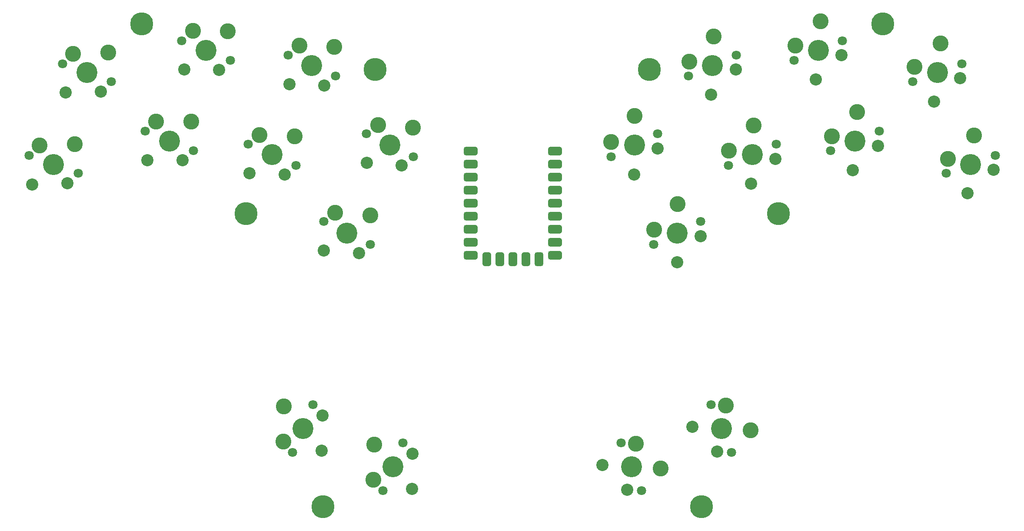
<source format=gbr>
%TF.GenerationSoftware,KiCad,Pcbnew,9.0.0*%
%TF.CreationDate,2025-02-20T21:39:48+01:00*%
%TF.ProjectId,chouchou_mx,63686f75-6368-46f7-955f-6d782e6b6963,v1.0.0*%
%TF.SameCoordinates,Original*%
%TF.FileFunction,Soldermask,Top*%
%TF.FilePolarity,Negative*%
%FSLAX46Y46*%
G04 Gerber Fmt 4.6, Leading zero omitted, Abs format (unit mm)*
G04 Created by KiCad (PCBNEW 9.0.0) date 2025-02-20 21:39:48*
%MOMM*%
%LPD*%
G01*
G04 APERTURE LIST*
G04 Aperture macros list*
%AMRoundRect*
0 Rectangle with rounded corners*
0 $1 Rounding radius*
0 $2 $3 $4 $5 $6 $7 $8 $9 X,Y pos of 4 corners*
0 Add a 4 corners polygon primitive as box body*
4,1,4,$2,$3,$4,$5,$6,$7,$8,$9,$2,$3,0*
0 Add four circle primitives for the rounded corners*
1,1,$1+$1,$2,$3*
1,1,$1+$1,$4,$5*
1,1,$1+$1,$6,$7*
1,1,$1+$1,$8,$9*
0 Add four rect primitives between the rounded corners*
20,1,$1+$1,$2,$3,$4,$5,0*
20,1,$1+$1,$4,$5,$6,$7,0*
20,1,$1+$1,$6,$7,$8,$9,0*
20,1,$1+$1,$8,$9,$2,$3,0*%
G04 Aperture macros list end*
%ADD10C,1.801800*%
%ADD11C,3.100000*%
%ADD12C,4.087800*%
%ADD13C,2.386000*%
%ADD14C,0.800000*%
%ADD15C,4.500000*%
%ADD16RoundRect,0.425000X-0.925000X-0.425000X0.925000X-0.425000X0.925000X0.425000X-0.925000X0.425000X0*%
%ADD17RoundRect,0.425050X-0.924950X-0.425050X0.924950X-0.425050X0.924950X0.425050X-0.924950X0.425050X0*%
%ADD18RoundRect,0.425000X-0.425000X-0.925000X0.425000X-0.925000X0.425000X0.925000X-0.425000X0.925000X0*%
%ADD19RoundRect,0.418700X-0.418700X-0.931300X0.418700X-0.931300X0.418700X0.931300X-0.418700X0.931300X0*%
G04 APERTURE END LIST*
D10*
%TO.C,S20*%
X147178886Y-190901735D03*
D11*
X150013197Y-191078319D03*
D12*
X149163800Y-195577900D03*
D11*
X154832422Y-195931068D03*
D10*
X151148714Y-200254065D03*
%TD*%
%TO.C,S30*%
X104702414Y-190901735D03*
D12*
X102717500Y-195577900D03*
D10*
X100732586Y-200254065D03*
D13*
X106401208Y-199900896D03*
X106544268Y-193063234D03*
%TD*%
D10*
%TO.C,S24*%
X71018094Y-116287101D03*
D12*
X66308000Y-114384100D03*
D10*
X61597906Y-112481099D03*
D13*
X62049952Y-118142693D03*
X68889070Y-118166398D03*
%TD*%
D14*
%TO.C,_1*%
X52217707Y-108684567D03*
X53070880Y-107753492D03*
X52272792Y-109946220D03*
X54332533Y-107698407D03*
D15*
X53768200Y-109248900D03*
D14*
X53203867Y-110799393D03*
X55263608Y-108551580D03*
X54465520Y-110744308D03*
X55318693Y-109813233D03*
%TD*%
D10*
%TO.C,S7*%
X89211226Y-147767675D03*
D11*
X91466157Y-146041469D03*
D12*
X93777100Y-149994600D03*
D11*
X98286962Y-146542189D03*
D10*
X98342974Y-152221525D03*
%TD*%
D16*
%TO.C,RP2040Zero1*%
X134320600Y-134012600D03*
X134320600Y-134012600D03*
X134320600Y-136552600D03*
X134320600Y-136552600D03*
X134320600Y-139092600D03*
X134320600Y-139092600D03*
X134320600Y-141632600D03*
X134320600Y-141632600D03*
X134320600Y-144172600D03*
X134320600Y-144172600D03*
D17*
X134320600Y-146712600D03*
X134320600Y-146712600D03*
X134320600Y-149252600D03*
X134320600Y-149252600D03*
X134320600Y-151792600D03*
X134320600Y-151792600D03*
X134320600Y-154332600D03*
X134320600Y-154332600D03*
D18*
X131180600Y-155142600D03*
X131180600Y-155142600D03*
D19*
X128640600Y-155142600D03*
X128640600Y-155142600D03*
X126100600Y-155142600D03*
X126100600Y-155142600D03*
X123560600Y-155142600D03*
X123560600Y-155142600D03*
X121020600Y-155142600D03*
X121020600Y-155142600D03*
D17*
X117880600Y-154332600D03*
X117880600Y-154332600D03*
X117880600Y-151792600D03*
X117880600Y-151792600D03*
X117880600Y-149252600D03*
X117880600Y-149252600D03*
X117880600Y-146712600D03*
X117880600Y-146712600D03*
X117880600Y-134012600D03*
X117880600Y-134012600D03*
X117880600Y-136552600D03*
X117880600Y-136552600D03*
X117880600Y-139092600D03*
X117880600Y-139092600D03*
X117880600Y-144172600D03*
X117880600Y-144172600D03*
X117880600Y-141632600D03*
X117880600Y-141632600D03*
%TD*%
D10*
%TO.C,S14*%
X180863106Y-116287101D03*
D11*
X181089129Y-113456304D03*
D12*
X185573200Y-114384100D03*
D11*
X186025245Y-108722505D03*
D10*
X190283294Y-112481099D03*
%TD*%
%TO.C,S36*%
X169602511Y-115265278D03*
D12*
X164961700Y-117331500D03*
D10*
X160320889Y-119397722D03*
D13*
X164707517Y-123005422D03*
X169475419Y-118102239D03*
%TD*%
D10*
%TO.C,S22*%
X47891639Y-120438862D03*
D12*
X43118000Y-118701400D03*
D10*
X38344361Y-116963938D03*
D13*
X38993717Y-122606307D03*
X45829498Y-122391316D03*
%TD*%
D10*
%TO.C,S13*%
X187999406Y-133949901D03*
D11*
X188225429Y-131119104D03*
D12*
X192709500Y-132046900D03*
D11*
X193161545Y-126385305D03*
D10*
X197419594Y-130143899D03*
%TD*%
%TO.C,S12*%
X203989561Y-120438862D03*
D11*
X204314240Y-117617677D03*
D12*
X208763200Y-118701400D03*
D11*
X209412557Y-113059030D03*
D10*
X213536839Y-116963938D03*
%TD*%
%TO.C,S5*%
X74530389Y-132668378D03*
D11*
X76723703Y-130864528D03*
D12*
X79171200Y-134734600D03*
D11*
X83557828Y-131126900D03*
D10*
X83812011Y-136800822D03*
%TD*%
%TO.C,S27*%
X98342974Y-152221525D03*
D12*
X93777100Y-149994600D03*
D10*
X89211226Y-147767675D03*
D13*
X89267238Y-153447011D03*
X96088043Y-153947731D03*
%TD*%
D10*
%TO.C,S38*%
X154318974Y-130645675D03*
D12*
X149753100Y-132872600D03*
D10*
X145187226Y-135099525D03*
D13*
X149697089Y-138551936D03*
X154290968Y-133485343D03*
%TD*%
D10*
%TO.C,S10*%
X100732586Y-200254065D03*
D11*
X98890732Y-198092566D03*
D12*
X102717500Y-195577900D03*
D11*
X99033792Y-191254904D03*
D10*
X104702414Y-190901735D03*
%TD*%
%TO.C,S37*%
X162669974Y-147767675D03*
D12*
X158104100Y-149994600D03*
D10*
X153538226Y-152221525D03*
D13*
X158048089Y-155673936D03*
X162641968Y-150607343D03*
%TD*%
D14*
%TO.C,_5*%
X97748990Y-117385588D03*
X97671895Y-118646086D03*
X98694814Y-116548795D03*
X99955312Y-116625890D03*
D15*
X99232000Y-118108900D03*
D14*
X98508688Y-119591910D03*
X99769186Y-119669005D03*
X100792105Y-117571714D03*
X100715010Y-118832212D03*
%TD*%
D10*
%TO.C,S25*%
X83812011Y-136800822D03*
D12*
X79171200Y-134734600D03*
D10*
X74530389Y-132668378D03*
D13*
X74784572Y-138342300D03*
X81618697Y-138604672D03*
%TD*%
D10*
%TO.C,S19*%
X164714486Y-183458335D03*
D11*
X167548797Y-183634919D03*
D12*
X166699400Y-188134500D03*
D11*
X172368022Y-188487668D03*
D10*
X168684314Y-192810665D03*
%TD*%
%TO.C,S26*%
X91560411Y-119397722D03*
D12*
X86919600Y-117331500D03*
D10*
X82278789Y-115265278D03*
D13*
X82532972Y-120939200D03*
X89367097Y-121201572D03*
%TD*%
D10*
%TO.C,S34*%
X190283294Y-112481099D03*
D12*
X185573200Y-114384100D03*
D10*
X180863106Y-116287101D03*
D13*
X185121155Y-120045695D03*
X190057271Y-115311896D03*
%TD*%
D14*
%TO.C,_2*%
X196562507Y-109813233D03*
X196617592Y-108551580D03*
X197415680Y-110744308D03*
X197548667Y-107698407D03*
D15*
X198113000Y-109248900D03*
D14*
X198677333Y-110799393D03*
X198810320Y-107753492D03*
X199608408Y-109946220D03*
X199663493Y-108684567D03*
%TD*%
D10*
%TO.C,S33*%
X197419594Y-130143899D03*
D12*
X192709500Y-132046900D03*
D10*
X187999406Y-133949901D03*
D13*
X192257455Y-137708495D03*
X197193571Y-132974696D03*
%TD*%
D10*
%TO.C,S39*%
X168684314Y-192810665D03*
D12*
X166699400Y-188134500D03*
D10*
X164714486Y-183458335D03*
D13*
X161030778Y-187781332D03*
X165850003Y-192634081D03*
%TD*%
D10*
%TO.C,S35*%
X177350811Y-132668378D03*
D12*
X172710000Y-134734600D03*
D10*
X168069189Y-136800822D03*
D13*
X172455817Y-140408522D03*
X177223719Y-135505339D03*
%TD*%
D10*
%TO.C,S4*%
X61597906Y-112481099D03*
D11*
X63726930Y-110601802D03*
D12*
X66308000Y-114384100D03*
D11*
X70566048Y-110625507D03*
D10*
X71018094Y-116287101D03*
%TD*%
%TO.C,S31*%
X220052339Y-134865038D03*
D12*
X215278700Y-136602500D03*
D10*
X210505061Y-138339962D03*
D13*
X214629343Y-142244870D03*
X219727660Y-137686223D03*
%TD*%
D10*
%TO.C,S11*%
X210505061Y-138339962D03*
D11*
X210829740Y-135518777D03*
D12*
X215278700Y-136602500D03*
D11*
X215928057Y-130960130D03*
D10*
X220052339Y-134865038D03*
%TD*%
%TO.C,S1*%
X31828861Y-134865038D03*
D11*
X33891002Y-132912584D03*
D12*
X36602500Y-136602500D03*
D11*
X40726783Y-132697593D03*
D10*
X41376139Y-138339962D03*
%TD*%
D14*
%TO.C,_3*%
X72569450Y-145505585D03*
X73485493Y-144636293D03*
X72536393Y-146768007D03*
X74747915Y-144669350D03*
D15*
X74076800Y-146176700D03*
D14*
X73405685Y-147684050D03*
X75617207Y-145585393D03*
X74668107Y-147717107D03*
X75584150Y-146847815D03*
%TD*%
D10*
%TO.C,S18*%
X145187226Y-135099525D03*
D11*
X145215232Y-132259857D03*
D12*
X149753100Y-132872600D03*
D11*
X149809111Y-127193264D03*
D10*
X154318974Y-130645675D03*
%TD*%
%TO.C,S40*%
X151148714Y-200254065D03*
D12*
X149163800Y-195577900D03*
D10*
X147178886Y-190901735D03*
D13*
X143495178Y-195224732D03*
X148314403Y-200077481D03*
%TD*%
D10*
%TO.C,S2*%
X38344361Y-116963938D03*
D11*
X40406502Y-115011484D03*
D12*
X43118000Y-118701400D03*
D11*
X47242283Y-114796493D03*
D10*
X47891639Y-120438862D03*
%TD*%
D14*
%TO.C,_8*%
X162180794Y-201866667D03*
X163443601Y-201855647D03*
X161295647Y-202767399D03*
X164344333Y-202740794D03*
D15*
X162825500Y-203385500D03*
D14*
X161306667Y-204030206D03*
X164355353Y-204003601D03*
X162207399Y-204915353D03*
X163470206Y-204904333D03*
%TD*%
D10*
%TO.C,S21*%
X41376139Y-138339962D03*
D12*
X36602500Y-136602500D03*
D10*
X31828861Y-134865038D03*
D13*
X32478217Y-140507407D03*
X39313998Y-140292416D03*
%TD*%
D14*
%TO.C,_4*%
X176297050Y-146847815D03*
X176263993Y-145585393D03*
X177213093Y-147717107D03*
X177133285Y-144669350D03*
D15*
X177804400Y-146176700D03*
D14*
X178475515Y-147684050D03*
X178395707Y-144636293D03*
X179344807Y-146768007D03*
X179311750Y-145505585D03*
%TD*%
D10*
%TO.C,S15*%
X168069189Y-136800822D03*
D11*
X168196281Y-133963861D03*
D12*
X172710000Y-134734600D03*
D11*
X172964183Y-129060678D03*
D10*
X177350811Y-132668378D03*
%TD*%
%TO.C,S32*%
X213536839Y-116963938D03*
D12*
X208763200Y-118701400D03*
D10*
X203989561Y-120438862D03*
D13*
X208113843Y-124343770D03*
X213212160Y-119785123D03*
%TD*%
D10*
%TO.C,S16*%
X160320889Y-119397722D03*
D11*
X160447981Y-116560761D03*
D12*
X164961700Y-117331500D03*
D11*
X165215883Y-111657578D03*
D10*
X169602511Y-115265278D03*
%TD*%
%TO.C,S17*%
X153538226Y-152221525D03*
D11*
X153566232Y-149381857D03*
D12*
X158104100Y-149994600D03*
D11*
X158160111Y-144315264D03*
D10*
X162669974Y-147767675D03*
%TD*%
D14*
%TO.C,_6*%
X151166190Y-118832212D03*
X151089095Y-117571714D03*
X152112014Y-119669005D03*
X151925888Y-116625890D03*
D15*
X152649200Y-118108900D03*
D14*
X153372512Y-119591910D03*
X153186386Y-116548795D03*
X154209305Y-118646086D03*
X154132210Y-117385588D03*
%TD*%
D10*
%TO.C,S28*%
X106693974Y-135099525D03*
D12*
X102128100Y-132872600D03*
D10*
X97562226Y-130645675D03*
D13*
X97618238Y-136325011D03*
X104439043Y-136825731D03*
%TD*%
D10*
%TO.C,S3*%
X54461606Y-130143899D03*
D11*
X56590630Y-128264602D03*
D12*
X59171700Y-132046900D03*
D11*
X63429748Y-128288307D03*
D10*
X63881794Y-133949901D03*
%TD*%
%TO.C,S23*%
X63881794Y-133949901D03*
D12*
X59171700Y-132046900D03*
D10*
X54461606Y-130143899D03*
D13*
X54913652Y-135805493D03*
X61752770Y-135829198D03*
%TD*%
D14*
%TO.C,_7*%
X88410994Y-204904333D03*
X87525847Y-204003601D03*
X89673801Y-204915353D03*
X87536867Y-202740794D03*
D15*
X89055700Y-203385500D03*
D14*
X90574533Y-204030206D03*
X88437599Y-201855647D03*
X90585553Y-202767399D03*
X89700406Y-201866667D03*
%TD*%
D10*
%TO.C,S8*%
X97562226Y-130645675D03*
D11*
X99817157Y-128919469D03*
D12*
X102128100Y-132872600D03*
D11*
X106637962Y-129420189D03*
D10*
X106693974Y-135099525D03*
%TD*%
%TO.C,S6*%
X82278789Y-115265278D03*
D11*
X84472103Y-113461428D03*
D12*
X86919600Y-117331500D03*
D11*
X91306228Y-113723800D03*
D10*
X91560411Y-119397722D03*
%TD*%
%TO.C,S9*%
X83196886Y-192810665D03*
D11*
X81355032Y-190649166D03*
D12*
X85181800Y-188134500D03*
D11*
X81498092Y-183811504D03*
D10*
X87166714Y-183458335D03*
%TD*%
%TO.C,S29*%
X87166714Y-183458335D03*
D12*
X85181800Y-188134500D03*
D10*
X83196886Y-192810665D03*
D13*
X88865508Y-192457496D03*
X89008568Y-185619834D03*
%TD*%
M02*

</source>
